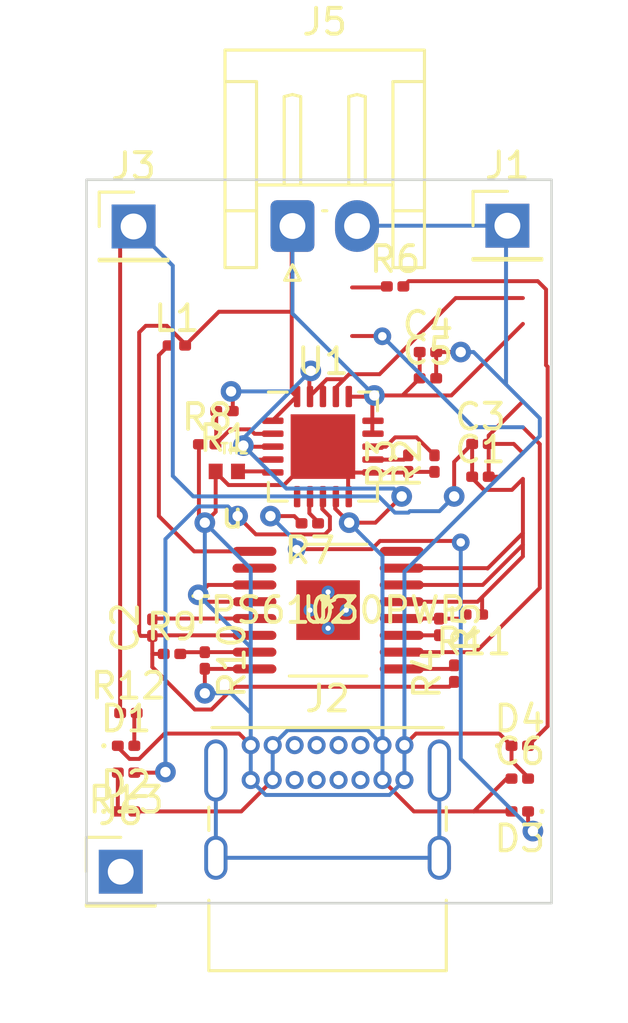
<source format=kicad_pcb>
(kicad_pcb (version 20211014) (generator pcbnew)
  (title_block (title "Null 2 Power Mod") (date "2022-03-18") (rev "1"))
  (layers (0 "F.Cu" signal) (31 "B.Cu" signal) (34 "B.Paste" user) (35 "F.Paste" user) (36 "B.SilkS" user "B.Silkscreen") (37 "F.SilkS" user "F.Silkscreen") (38 "B.Mask" user) (39 "F.Mask" user) (44 "Edge.Cuts" user))
  (net 0 "")
  (net 1 "VBUS")
  (net 2 "GND")
  (net 3 "VLIPO")
  (net 4 "+5V")
  (net 5 "Net-(D1-Pad1)")
  (net 6 "Net-(D2-Pad1)")
  (net 7 "Net-(D3-Pad2)")
  (net 8 "Net-(D4-Pad2)")
  (net 10 "/LB0")
  (net 11 "Net-(L1-Pad1)")
  (net 12 "Net-(R1-Pad2)")
  (net 13 "Net-(R2-Pad2)")
  (net 14 "Net-(R3-Pad2)")
  (net 15 "Net-(R5-Pad1)")
  (net 16 "Net-(R6-Pad1)")
  (net 17 "Net-(R7-Pad2)")
  (net 18 "Net-(R8-Pad2)")
  (net 19 "Net-(R13-Pad1)")
  (net 20 "Net-(TH1-Pad2)")
  (net 23 "Net-(R10-Pad2)")
  (footprint "Capacitor_SMD:C_0201_0603Metric" (layer "F.Cu") (at 110.236 50.546)
    (fp_text reference "C1" (at 0 -1.05) (layer "F.SilkS"))
    (fp_text value "2.2μF")
    (pad "1" smd roundrect (at -0.32 0) (size 0.46 0.4) (layers "F.Cu" "F.Mask") (net 1 "VBUS"))
    (pad "2" smd roundrect (at 0.32 0) (size 0.46 0.4) (layers "F.Cu" "F.Mask") (net 2 "GND"))
  )
  (footprint "LED_SMD:LED_0201_0603Metric" (layer "F.Cu") (at 96.52 60.96)
    (fp_text reference "D1" (at 0 -1.05) (layer "F.SilkS"))
    (fp_text value "BLUE")
    (fp_circle (center -0.86 0) (end -0.81 0) (layer "F.SilkS") (width 0.1) (fill none))
    (pad "1" smd roundrect (at -0.32 0) (size 0.46 0.4) (layers "F.Cu" "F.Mask") (net 5 "Net-(D1-Pad1)"))
    (pad "2" smd roundrect (at 0.32 0) (size 0.46 0.4) (layers "F.Cu" "F.Mask") (net 1 "VBUS"))
  )
  (footprint "Resistor_SMD:R_0201_0603Metric" (layer "F.Cu") (at 100.33 48.006 180)
    (fp_text reference "R1" (at 0 -1.05) (layer "F.SilkS"))
    (fp_text value "270k")
    (pad "1" smd roundrect (at -0.32 0 180) (size 0.46 0.4) (layers "F.Cu" "F.Mask") (net 2 "GND"))
    (pad "2" smd roundrect (at 0.32 0 180) (size 0.46 0.4) (layers "F.Cu" "F.Mask") (net 12 "Net-(R1-Pad2)"))
  )
  (footprint "Capacitor_SMD:C_0201_0603Metric" (layer "F.Cu") (at 97.536 56.388 90)
    (fp_text reference "C2" (at 0 -1.05 90) (layer "F.SilkS"))
    (fp_text value "10μF")
    (pad "1" smd roundrect (at -0.32 0 90) (size 0.46 0.4) (layers "F.Cu" "F.Mask") (net 3 "VLIPO"))
    (pad "2" smd roundrect (at 0.32 0 90) (size 0.46 0.4) (layers "F.Cu" "F.Mask") (net 2 "GND"))
  )
  (footprint "Resistor_SMD:R_0201_0603Metric" (layer "F.Cu") (at 108.458 50.038 90)
    (fp_text reference "R2" (at 0 -1.05 90) (layer "F.SilkS"))
    (fp_text value "1k")
    (pad "1" smd roundrect (at -0.32 0 90) (size 0.46 0.4) (layers "F.Cu" "F.Mask") (net 2 "GND"))
    (pad "2" smd roundrect (at 0.32 0 90) (size 0.46 0.4) (layers "F.Cu" "F.Mask") (net 13 "Net-(R2-Pad2)"))
  )
  (footprint "Resistor_SMD:R_0201_0603Metric" (layer "F.Cu") (at 107.442 50.038 90)
    (fp_text reference "R3" (at 0 -1.05 90) (layer "F.SilkS"))
    (fp_text value "100k")
    (pad "1" smd roundrect (at -0.32 0 90) (size 0.46 0.4) (layers "F.Cu" "F.Mask") (net 2 "GND"))
    (pad "2" smd roundrect (at 0.32 0 90) (size 0.46 0.4) (layers "F.Cu" "F.Mask") (net 14 "Net-(R3-Pad2)"))
  )
  (footprint "LED_SMD:LED_0201_0603Metric" (layer "F.Cu") (at 96.52 63.5)
    (fp_text reference "D2" (at 0 -1.05) (layer "F.SilkS"))
    (fp_text value "Green")
    (fp_circle (center -0.86 0) (end -0.81 0) (layer "F.SilkS") (width 0.1) (fill none))
    (pad "1" smd roundrect (at -0.32 0) (size 0.46 0.4) (layers "F.Cu" "F.Mask") (net 6 "Net-(D2-Pad1)"))
    (pad "2" smd roundrect (at 0.32 0) (size 0.46 0.4) (layers "F.Cu" "F.Mask") (net 1 "VBUS"))
  )
  (footprint "Capacitor_SMD:C_0201_0603Metric" (layer "F.Cu") (at 110.236 49.276)
    (fp_text reference "C3" (at 0 -1.05) (layer "F.SilkS"))
    (fp_text value "100μF")
    (pad "1" smd roundrect (at -0.32 0) (size 0.46 0.4) (layers "F.Cu" "F.Mask") (net 3 "VLIPO"))
    (pad "2" smd roundrect (at 0.32 0) (size 0.46 0.4) (layers "F.Cu" "F.Mask") (net 2 "GND"))
  )
  (footprint "Capacitor_SMD:C_0201_0603Metric" (layer "F.Cu") (at 108.204 45.72)
    (fp_text reference "C4" (at 0 -1.05) (layer "F.SilkS"))
    (fp_text value "10μF")
    (pad "1" smd roundrect (at -0.32 0) (size 0.46 0.4) (layers "F.Cu" "F.Mask") (net 3 "VLIPO"))
    (pad "2" smd roundrect (at 0.32 0) (size 0.46 0.4) (layers "F.Cu" "F.Mask") (net 2 "GND"))
  )
  (footprint "Resistor_SMD:R_0201_0603Metric" (layer "F.Cu") (at 109.22 58.166 90)
    (fp_text reference "R4" (at 0 -1.05 90) (layer "F.SilkS"))
    (fp_text value "200k")
    (pad "1" smd roundrect (at -0.32 0 90) (size 0.46 0.4) (layers "F.Cu" "F.Mask") (net 1 "VBUS"))
    (pad "2" smd roundrect (at 0.32 0 90) (size 0.46 0.4) (layers "F.Cu" "F.Mask") (net 13 "Net-(R2-Pad2)"))
  )
  (footprint "Resistor_SMD:R_0201_0603Metric" (layer "F.Cu") (at 108.64 56.36 -90)
    (fp_text reference "R5" (at 0 -1.05 90) (layer "F.SilkS"))
    (fp_text value "200k")
    (pad "1" smd roundrect (at -0.32 0 270) (size 0.46 0.4) (layers "F.Cu" "F.Mask") (net 15 "Net-(R5-Pad1)"))
    (pad "2" smd roundrect (at 0.32 0 270) (size 0.46 0.4) (layers "F.Cu" "F.Mask") (net 5 "Net-(D1-Pad1)"))
  )
  (footprint "Capacitor_SMD:C_0201_0603Metric" (layer "F.Cu") (at 108.204 46.736)
    (fp_text reference "C5" (at 0 -1.05) (layer "F.SilkS"))
    (fp_text value "0.1μF")
    (pad "1" smd roundrect (at -0.32 0) (size 0.46 0.4) (layers "F.Cu" "F.Mask") (net 4 "+5V"))
    (pad "2" smd roundrect (at 0.32 0) (size 0.46 0.4) (layers "F.Cu" "F.Mask") (net 2 "GND"))
  )
  (footprint "Connector_PinHeader_2.54mm:PinHeader_1x01_P2.54mm_Vertical" (layer "F.Cu") (at 111.28 40.83)
    (fp_text reference "J1" (at 0 -2.33) (layer "F.SilkS"))
    (fp_text value "Conn_01x01")
    (fp_line (start -1.33 1.33) (end 1.33 1.33) (layer "F.SilkS") (width 0.12))
    (fp_line (start -1.33 -1.33) (end 0 -1.33) (layer "F.SilkS") (width 0.12))
    (fp_line (start -1.33 1.27) (end -1.33 1.33) (layer "F.SilkS") (width 0.12))
    (fp_line (start 1.33 1.27) (end 1.33 1.33) (layer "F.SilkS") (width 0.12))
    (fp_line (start -1.33 0) (end -1.33 -1.33) (layer "F.SilkS") (width 0.12))
    (fp_line (start -1.33 1.27) (end 1.33 1.27) (layer "F.SilkS") (width 0.12))
    (pad "1" thru_hole rect (at 0 0) (size 1.7 1.7) (drill 1) (layers *.Cu *.Mask))
  )
  (footprint "Resistor_SMD:R_0201_0603Metric" (layer "F.Cu") (at 106.934 43.18)
    (fp_text reference "R6" (at 0 -1.05) (layer "F.SilkS"))
    (fp_text value "1k")
    (pad "1" smd roundrect (at -0.32 0) (size 0.46 0.4) (layers "F.Cu" "F.Mask") (net 16 "Net-(R6-Pad1)"))
    (pad "2" smd roundrect (at 0.32 0) (size 0.46 0.4) (layers "F.Cu" "F.Mask") (net 6 "Net-(D2-Pad1)"))
  )
  (footprint "Connector_USB:USB_C_Receptacle_GCT_USB4085" (layer "F.Cu") (at 101.345 60.935)
    (fp_text reference "J2" (at 2.975 -1.8) (layer "F.SilkS"))
    (fp_text value "USB_C_Receptacle_USB2.0")
    (fp_line (start 7.57 6) (end 7.57 8.73) (layer "F.SilkS") (width 0.12))
    (fp_line (start -1.62 6) (end -1.62 8.73) (layer "F.SilkS") (width 0.12))
    (fp_line (start -1.62 8.73) (end 7.57 8.73) (layer "F.SilkS") (width 0.12))
    (fp_line (start 7.57 2.4) (end 7.57 3.3) (layer "F.SilkS") (width 0.12))
    (fp_line (start -1.5 -0.68) (end 7.45 -0.68) (layer "F.SilkS") (width 0.12))
    (fp_line (start -1.62 2.4) (end -1.62 3.3) (layer "F.SilkS") (width 0.12))
    (pad "A1" thru_hole circle (at 0 0) (size 0.7 0.7) (drill 0.4) (layers *.Cu *.Mask))
    (pad "A4" thru_hole circle (at 0.85 0) (size 0.7 0.7) (drill 0.4) (layers *.Cu *.Mask))
    (pad "A5" thru_hole circle (at 1.7 0) (size 0.7 0.7) (drill 0.4) (layers *.Cu *.Mask))
    (pad "A6" thru_hole circle (at 2.55 0) (size 0.7 0.7) (drill 0.4) (layers *.Cu *.Mask))
    (pad "A7" thru_hole circle (at 3.4 0) (size 0.7 0.7) (drill 0.4) (layers *.Cu *.Mask))
    (pad "A8" thru_hole circle (at 4.25 0) (size 0.7 0.7) (drill 0.4) (layers *.Cu *.Mask))
    (pad "A9" thru_hole circle (at 5.1 0) (size 0.7 0.7) (drill 0.4) (layers *.Cu *.Mask))
    (pad "A12" thru_hole circle (at 5.95 0) (size 0.7 0.7) (drill 0.4) (layers *.Cu *.Mask))
    (pad "B1" thru_hole circle (at 5.95 1.35) (size 0.7 0.7) (drill 0.4) (layers *.Cu *.Mask))
    (pad "B4" thru_hole circle (at 5.1 1.35) (size 0.7 0.7) (drill 0.4) (layers *.Cu *.Mask))
    (pad "B5" thru_hole circle (at 4.25 1.35) (size 0.7 0.7) (drill 0.4) (layers *.Cu *.Mask))
    (pad "B6" thru_hole circle (at 3.4 1.35) (size 0.7 0.7) (drill 0.4) (layers *.Cu *.Mask))
    (pad "B7" thru_hole circle (at 2.55 1.35) (size 0.7 0.7) (drill 0.4) (layers *.Cu *.Mask))
    (pad "B8" thru_hole circle (at 1.7 1.35) (size 0.7 0.7) (drill 0.4) (layers *.Cu *.Mask))
    (pad "B9" thru_hole circle (at 0.85 1.35) (size 0.7 0.7) (drill 0.4) (layers *.Cu *.Mask))
    (pad "B12" thru_hole circle (at 0 1.35) (size 0.7 0.7) (drill 0.4) (layers *.Cu *.Mask))
    (pad "S1" thru_hole oval (at 7.3 0.98) (size 0.9 2.4) (drill oval 0.6 2.1) (layers *.Cu *.Mask))
    (pad "S1" thru_hole oval (at -1.35 0.98) (size 0.9 2.4) (drill oval 0.6 2.1) (layers *.Cu *.Mask))
    (pad "S1" thru_hole oval (at 7.3 4.36) (size 0.9 1.7) (drill oval 0.6 1.4) (layers *.Cu *.Mask))
    (pad "S1" thru_hole oval (at -1.35 4.36) (size 0.9 1.7) (drill oval 0.6 1.4) (layers *.Cu *.Mask))
  )
  (footprint "TPS61030PWP:TPS61030PWP" (layer "F.Cu") (at 104.34 55.71)
    (fp_text reference "U2" (at 0 0) (layer "F.SilkS"))
    (fp_text value "TPS61030PWP" (at 0 0) (layer "F.SilkS"))
    (fp_text user "u" (at -3.7084 -3.683) (layer "F.SilkS"))
    (fp_text user "*" (at 0 0) (layer "F.SilkS"))
    (fp_line (start -1.425001 -1.925) (end -0.800001 -2.55) (layer "F.SilkS") (width 0.12))
    (fp_line (start -1.5 2.55) (end 1.5 2.55) (layer "F.SilkS") (width 0.12))
    (fp_line (start -0.800001 -2.55) (end 1.5 -2.55) (layer "F.SilkS") (width 0.12))
    (pad "1" smd oval (at -2.849997 -2.275002 90) (size 0.349999 1.699999) (layers "F.Cu" "F.Paste" "F.Mask") (net 11 "Net-(L1-Pad1)"))
    (pad "2" smd oval (at -2.849997 -1.625001 90) (size 0.349999 1.699999) (layers "F.Cu" "F.Paste" "F.Mask") (net 11 "Net-(L1-Pad1)"))
    (pad "3" smd oval (at -2.849997 -0.975002 90) (size 0.349999 1.699999) (layers "F.Cu" "F.Paste" "F.Mask") (net 2 "GND"))
    (pad "4" smd oval (at -2.849997 -0.325001 90) (size 0.349999 1.699999) (layers "F.Cu" "F.Paste" "F.Mask") (net 2 "GND"))
    (pad "5" smd oval (at -2.849997 0.324998 90) (size 0.349999 1.699999) (layers "F.Cu" "F.Paste" "F.Mask") (net 2 "GND"))
    (pad "6" smd oval (at -2.849997 0.974999 90) (size 0.349999 1.699999) (layers "F.Cu" "F.Paste" "F.Mask") (net 3 "VLIPO"))
    (pad "7" smd oval (at -2.849997 1.624998 90) (size 0.349999 1.699999) (layers "F.Cu" "F.Paste" "F.Mask") (net 18 "Net-(R8-Pad2)"))
    (pad "8" smd oval (at -2.849997 2.274999 90) (size 0.349999 1.699999) (layers "F.Cu" "F.Paste" "F.Mask") (net 2 "GND"))
    (pad "9" smd oval (at 2.850002 2.274999 90) (size 0.349999 1.699999) (layers "F.Cu" "F.Paste" "F.Mask") (net 17 "Net-(R7-Pad2)"))
    (pad "10" smd oval (at 2.850002 1.624998 90) (size 0.349999 1.699999) (layers "F.Cu" "F.Paste" "F.Mask") (net 10 "/LB0"))
    (pad "11" smd oval (at 2.850002 0.974999 90) (size 0.349999 1.699999) (layers "F.Cu" "F.Paste" "F.Mask") (net 2 "GND"))
    (pad "12" smd oval (at 2.850002 0.324998 90) (size 0.349999 1.699999) (layers "F.Cu" "F.Paste" "F.Mask") (net 23 "Net-(R10-Pad2)"))
    (pad "13" smd oval (at 2.850002 -0.325001 90) (size 0.349999 1.699999) (layers "F.Cu" "F.Paste" "F.Mask") (net 4 "+5V"))
    (pad "14" smd oval (at 2.850002 -0.975002 90) (size 0.349999 1.699999) (layers "F.Cu" "F.Paste" "F.Mask") (net 4 "+5V"))
    (pad "15" smd oval (at 2.850002 -1.625001 90) (size 0.349999 1.699999) (layers "F.Cu" "F.Paste" "F.Mask") (net 4 "+5V"))
    (pad "16" smd oval (at 2.850002 -2.275002 90) (size 0.349999 1.699999) (layers "F.Cu" "F.Paste" "F.Mask"))
    (pad "17" smd rect (at 0 0) (size 2.46 2.31) (layers "F.Cu" "F.Paste" "F.Mask"))
    (pad "V" thru_hole circle (at 0 -0.700001) (size 0.499999 0.499999) (drill 0.2032) (layers *.Cu *.Mask))
    (pad "V" thru_hole circle (at 0 0.700001) (size 0.499999 0.499999) (drill 0.2032) (layers *.Cu *.Mask))
    (pad "V" thru_hole circle (at -0.700001 0) (size 0.499999 0.499999) (drill 0.2032) (layers *.Cu *.Mask))
    (pad "V" thru_hole circle (at 0.700001 0) (size 0.499999 0.499999) (drill 0.2032) (layers *.Cu *.Mask))
  )
  (footprint "LED_SMD:LED_0201_0603Metric" (layer "F.Cu") (at 111.76 63.5 180)
    (fp_text reference "D3" (at 0 -1.05) (layer "F.SilkS"))
    (fp_text value "Orange")
    (fp_circle (center -0.86 0) (end -0.81 0) (layer "F.SilkS") (width 0.1) (fill none))
    (pad "1" smd roundrect (at -0.32 0 180) (size 0.46 0.4) (layers "F.Cu" "F.Mask") (net 2 "GND"))
    (pad "2" smd roundrect (at 0.32 0 180) (size 0.46 0.4) (layers "F.Cu" "F.Mask") (net 7 "Net-(D3-Pad2)"))
  )
  (footprint "Resistor_SMD:R_0201_0603Metric" (layer "F.Cu") (at 103.632 52.35 180)
    (fp_text reference "R7" (at 0 -1.05) (layer "F.SilkS"))
    (fp_text value "1K")
    (pad "1" smd roundrect (at -0.32 0 180) (size 0.46 0.4) (layers "F.Cu" "F.Mask") (net 3 "VLIPO"))
    (pad "2" smd roundrect (at 0.32 0 180) (size 0.46 0.4) (layers "F.Cu" "F.Mask") (net 17 "Net-(R7-Pad2)"))
  )
  (footprint "Package_DFN_QFN:QFN-20-1EP_4x4mm_P0.5mm_EP2.5x2.5mm" (layer "F.Cu") (at 104.14 49.38)
    (fp_text reference "U1" (at 0 -3.3) (layer "F.SilkS"))
    (fp_text value "MCP73871")
    (fp_line (start -1.385 2.11) (end -2.11 2.11) (layer "F.SilkS") (width 0.12))
    (fp_line (start 1.385 -2.11) (end 2.11 -2.11) (layer "F.SilkS") (width 0.12))
    (fp_line (start -2.11 2.11) (end -2.11 1.385) (layer "F.SilkS") (width 0.12))
    (fp_line (start 1.385 2.11) (end 2.11 2.11) (layer "F.SilkS") (width 0.12))
    (fp_line (start 2.11 2.11) (end 2.11 1.385) (layer "F.SilkS") (width 0.12))
    (fp_line (start -1.385 -2.11) (end -2.11 -2.11) (layer "F.SilkS") (width 0.12))
    (fp_line (start 2.11 -2.11) (end 2.11 -1.385) (layer "F.SilkS") (width 0.12))
    (pad "1" smd roundrect (at -1.9375 -1) (size 0.825 0.25) (layers "F.Cu" "F.Paste" "F.Mask") (net 3 "VLIPO"))
    (pad "2" smd roundrect (at -1.9375 -0.5) (size 0.825 0.25) (layers "F.Cu" "F.Paste" "F.Mask") (net 13 "Net-(R2-Pad2)"))
    (pad "3" smd roundrect (at -1.9375 0) (size 0.825 0.25) (layers "F.Cu" "F.Paste" "F.Mask") (net 1 "VBUS"))
    (pad "4" smd roundrect (at -1.9375 0.5) (size 0.825 0.25) (layers "F.Cu" "F.Paste" "F.Mask") (net 1 "VBUS"))
    (pad "5" smd roundrect (at -1.9375 1) (size 0.825 0.25) (layers "F.Cu" "F.Paste" "F.Mask") (net 20 "Net-(TH1-Pad2)"))
    (pad "6" smd roundrect (at -1 1.9375) (size 0.25 0.825) (layers "F.Cu" "F.Paste" "F.Mask"))
    (pad "7" smd roundrect (at -0.5 1.9375) (size 0.25 0.825) (layers "F.Cu" "F.Paste" "F.Mask") (net 15 "Net-(R5-Pad1)"))
    (pad "8" smd roundrect (at 0 1.9375) (size 0.25 0.825) (layers "F.Cu" "F.Paste" "F.Mask") (net 16 "Net-(R6-Pad1)"))
    (pad "9" smd roundrect (at 0.5 1.9375) (size 0.25 0.825) (layers "F.Cu" "F.Paste" "F.Mask") (net 1 "VBUS"))
    (pad "10" smd roundrect (at 1 1.9375) (size 0.25 0.825) (layers "F.Cu" "F.Paste" "F.Mask") (net 2 "GND"))
    (pad "11" smd roundrect (at 1.9375 1) (size 0.825 0.25) (layers "F.Cu" "F.Paste" "F.Mask") (net 2 "GND"))
    (pad "12" smd roundrect (at 1.9375 0.5) (size 0.825 0.25) (layers "F.Cu" "F.Paste" "F.Mask") (net 12 "Net-(R1-Pad2)"))
    (pad "13" smd roundrect (at 1.9375 0) (size 0.825 0.25) (layers "F.Cu" "F.Paste" "F.Mask") (net 14 "Net-(R3-Pad2)"))
    (pad "14" smd roundrect (at 1.9375 -0.5) (size 0.825 0.25) (layers "F.Cu" "F.Paste" "F.Mask") (net 3 "VLIPO"))
    (pad "15" smd roundrect (at 1.9375 -1) (size 0.825 0.25) (layers "F.Cu" "F.Paste" "F.Mask") (net 3 "VLIPO"))
    (pad "16" smd roundrect (at 1 -1.9375) (size 0.25 0.825) (layers "F.Cu" "F.Paste" "F.Mask") (net 3 "VLIPO"))
    (pad "17" smd roundrect (at 0.5 -1.9375) (size 0.25 0.825) (layers "F.Cu" "F.Paste" "F.Mask") (net 1 "VBUS"))
    (pad "18" smd roundrect (at 0 -1.9375) (size 0.25 0.825) (layers "F.Cu" "F.Paste" "F.Mask") (net 1 "VBUS"))
    (pad "19" smd roundrect (at -0.5 -1.9375) (size 0.25 0.825) (layers "F.Cu" "F.Paste" "F.Mask") (net 1 "VBUS"))
    (pad "20" smd roundrect (at -1 -1.9375) (size 0.25 0.825) (layers "F.Cu" "F.Paste" "F.Mask") (net 3 "VLIPO"))
    (pad "21" smd rect (at 0 0) (size 2.5 2.5) (layers "F.Cu" "F.Mask") (net 2 "GND"))
  )
  (footprint "Resistor_SMD:R_0201_0603Metric" (layer "F.Cu") (at 99.66 49.29)
    (fp_text reference "R8" (at 0 -1.05) (layer "F.SilkS"))
    (fp_text value "100k")
    (pad "1" smd roundrect (at -0.32 0) (size 0.46 0.4) (layers "F.Cu" "F.Mask") (net 3 "VLIPO"))
    (pad "2" smd roundrect (at 0.32 0) (size 0.46 0.4) (layers "F.Cu" "F.Mask") (net 18 "Net-(R8-Pad2)"))
  )
  (footprint "Connector_PinHeader_2.54mm:PinHeader_1x01_P2.54mm_Vertical" (layer "F.Cu") (at 96.81 40.86)
    (fp_text reference "J3" (at 0 -2.33) (layer "F.SilkS"))
    (fp_text value "Conn_01x01")
    (fp_line (start 1.33 1.27) (end 1.33 1.33) (layer "F.SilkS") (width 0.12))
    (fp_line (start -1.33 -1.33) (end 0 -1.33) (layer "F.SilkS") (width 0.12))
    (fp_line (start -1.33 1.27) (end 1.33 1.27) (layer "F.SilkS") (width 0.12))
    (fp_line (start -1.33 1.27) (end -1.33 1.33) (layer "F.SilkS") (width 0.12))
    (fp_line (start -1.33 0) (end -1.33 -1.33) (layer "F.SilkS") (width 0.12))
    (fp_line (start -1.33 1.33) (end 1.33 1.33) (layer "F.SilkS") (width 0.12))
    (pad "1" thru_hole rect (at 0 0) (size 1.7 1.7) (drill 1) (layers *.Cu *.Mask) (net 3 "VLIPO"))
  )
  (footprint "Libraries:THRMC1005X55N" (layer "F.Cu") (at 100.42 50.34)
    (fp_text reference "TH1" (at 0.3 -0.88) (layer "F.SilkS") (effects (font (size 0.393701 0.393701))))
    (fp_text value "15K")
    (pad "1" smd rect locked (at -0.432 0) (size 0.54 0.6) (layers "F.Cu" "F.Paste" "F.Mask") (net 2 "GND"))
    (pad "2" smd rect locked (at 0.432 0) (size 0.54 0.6) (layers "F.Cu" "F.Paste" "F.Mask") (net 20 "Net-(TH1-Pad2)"))
  )
  (footprint "Connector_PinHeader_2.54mm:PinHeader_1x01_P2.54mm_Vertical" (layer "F.Cu") (at 96.313 65.833)
    (fp_text reference "J6" (at 0 -2.33) (layer "F.SilkS"))
    (fp_text value "Conn_01x01")
    (fp_line (start -1.33 0) (end -1.33 -1.33) (layer "F.SilkS") (width 0.12))
    (fp_line (start -1.33 1.33) (end 1.33 1.33) (layer "F.SilkS") (width 0.12))
    (fp_line (start -1.33 1.27) (end 1.33 1.27) (layer "F.SilkS") (width 0.12))
    (fp_line (start -1.33 -1.33) (end 0 -1.33) (layer "F.SilkS") (width 0.12))
    (fp_line (start -1.33 1.27) (end -1.33 1.33) (layer "F.SilkS") (width 0.12))
    (fp_line (start 1.33 1.27) (end 1.33 1.33) (layer "F.SilkS") (width 0.12))
    (pad "1" thru_hole rect (at 0 0) (size 1.7 1.7) (drill 1) (layers *.Cu *.Mask) (net 2 "GND"))
  )
  (footprint "Resistor_SMD:R_0201_0603Metric" (layer "F.Cu") (at 98.298 57.404)
    (fp_text reference "R9" (at 0 -1.05) (layer "F.SilkS"))
    (fp_text value "1.87M")
    (pad "1" smd roundrect (at -0.32 0) (size 0.46 0.4) (layers "F.Cu" "F.Mask") (net 18 "Net-(R8-Pad2)"))
    (pad "2" smd roundrect (at 0.32 0) (size 0.46 0.4) (layers "F.Cu" "F.Mask") (net 2 "GND"))
  )
  (footprint "Inductor_SMD:L_0201_0603Metric" (layer "F.Cu") (at 98.486 45.466)
    (fp_text reference "L1" (at 0 -1.05) (layer "F.SilkS"))
    (fp_text value "6.8μH")
    (pad "1" smd roundrect (at -0.32 0) (size 0.46 0.4) (layers "F.Cu" "F.Mask") (net 11 "Net-(L1-Pad1)"))
    (pad "2" smd roundrect (at 0.32 0) (size 0.46 0.4) (layers "F.Cu" "F.Mask") (net 3 "VLIPO"))
  )
  (footprint "Resistor_SMD:R_0201_0603Metric" (layer "F.Cu") (at 99.568 57.658 -90)
    (fp_text reference "R10" (at 0 -1.05 90) (layer "F.SilkS"))
    (fp_text value "340k")
    (pad "1" smd roundrect (at -0.32 0 270) (size 0.46 0.4) (layers "F.Cu" "F.Mask") (net 4 "+5V"))
    (pad "2" smd roundrect (at 0.32 0 270) (size 0.46 0.4) (layers "F.Cu" "F.Mask") (net 23 "Net-(R10-Pad2)"))
  )
  (footprint "Resistor_SMD:R_0201_0603Metric" (layer "F.Cu") (at 109.982 55.88 180)
    (fp_text reference "R11" (at 0 -1.05) (layer "F.SilkS"))
    (fp_text value "1.07MΩ")
    (pad "1" smd roundrect (at -0.32 0 180) (size 0.46 0.4) (layers "F.Cu" "F.Mask") (net 23 "Net-(R10-Pad2)"))
    (pad "2" smd roundrect (at 0.32 0 180) (size 0.46 0.4) (layers "F.Cu" "F.Mask") (net 2 "GND"))
  )
  (footprint "Resistor_SMD:R_0201_0603Metric" (layer "F.Cu") (at 96.611 59.69)
    (fp_text reference "R12" (at 0 -1.05) (layer "F.SilkS"))
    (fp_text value "1k")
    (pad "1" smd roundrect (at -0.32 0) (size 0.46 0.4) (layers "F.Cu" "F.Mask") (net 4 "+5V"))
    (pad "2" smd roundrect (at 0.32 0) (size 0.46 0.4) (layers "F.Cu" "F.Mask") (net 7 "Net-(D3-Pad2)"))
  )
  (footprint "Connector_JST:JST_EH_S2B-EH_1x02_P2.50mm_Horizontal" (layer "F.Cu") (at 102.96 40.8425)
    (fp_text reference "J5" (at 1.25 -7.9) (layer "F.SilkS"))
    (fp_text value "JST 2-PH")
    (fp_line (start 2.82 -1.59) (end 2.5 -1.59) (layer "F.SilkS") (width 0.12))
    (fp_line (start 3.89 1.61) (end 3.89 -0.59) (layer "F.SilkS") (width 0.12))
    (fp_line (start -1.39 -1.59) (end 3.89 -1.59) (layer "F.SilkS") (width 0.12))
    (fp_line (start -1.39 1.61) (end -2.61 1.61) (layer "F.SilkS") (width 0.12))
    (fp_line (start 2.5 -1.59) (end 2.18 -1.59) (layer "F.SilkS") (width 0.12))
    (fp_line (start 0.3 2.1) (end 0 1.5) (layer "F.SilkS") (width 0.12))
    (fp_line (start 5.11 -6.81) (end 5.11 1.61) (layer "F.SilkS") (width 0.12))
    (fp_line (start 3.89 -0.59) (end 5.11 -0.59) (layer "F.SilkS") (width 0.12))
    (fp_line (start 0 -5.09) (end 0.32 -5.01) (layer "F.SilkS") (width 0.12))
    (fp_line (start -1.39 -5.59) (end -1.39 -0.59) (layer "F.SilkS") (width 0.12))
    (fp_line (start 2.18 -5.01) (end 2.5 -5.09) (layer "F.SilkS") (width 0.12))
    (fp_line (start -1.39 -0.59) (end -1.39 1.61) (layer "F.SilkS") (width 0.12))
    (fp_line (start 2.5 -5.09) (end 2.82 -5.01) (layer "F.SilkS") (width 0.12))
    (fp_line (start 0 1.5) (end -0.3 2.1) (layer "F.SilkS") (width 0.12))
    (fp_line (start 0 -1.59) (end -0.32 -1.59) (layer "F.SilkS") (width 0.12))
    (fp_line (start 2.82 -5.01) (end 2.82 -1.59) (layer "F.SilkS") (width 0.12))
    (fp_line (start -0.3 2.1) (end 0.3 2.1) (layer "F.SilkS") (width 0.12))
    (fp_line (start 0.32 -5.01) (end 0.32 -1.59) (layer "F.SilkS") (width 0.12))
    (fp_line (start 5.11 -5.59) (end 3.89 -5.59) (layer "F.SilkS") (width 0.12))
    (fp_line (start 3.89 -5.59) (end 3.89 -0.59) (layer "F.SilkS") (width 0.12))
    (fp_line (start 1.17 -0.59) (end 1.33 -0.59) (layer "F.SilkS") (width 0.12))
    (fp_line (start -0.32 -5.01) (end 0 -5.09) (layer "F.SilkS") (width 0.12))
    (fp_line (start -1.39 -0.59) (end -2.61 -0.59) (layer "F.SilkS") (width 0.12))
    (fp_line (start 2.18 -1.59) (end 2.18 -5.01) (layer "F.SilkS") (width 0.12))
    (fp_line (start -0.32 -1.59) (end -0.32 -5.01) (layer "F.SilkS") (width 0.12))
    (fp_line (start -2.61 -6.81) (end 5.11 -6.81) (layer "F.SilkS") (width 0.12))
    (fp_line (start 5.11 1.61) (end 3.89 1.61) (layer "F.SilkS") (width 0.12))
    (fp_line (start 0.32 -1.59) (end 0 -1.59) (layer "F.SilkS") (width 0.12))
    (fp_line (start -2.61 1.61) (end -2.61 -6.81) (layer "F.SilkS") (width 0.12))
    (fp_line (start -2.61 -5.59) (end -1.39 -5.59) (layer "F.SilkS") (width 0.12))
    (pad "1" thru_hole roundrect (at 0 0) (size 1.7 2) (drill 1) (layers *.Cu *.Mask) (roundrect_rratio 0.147059) (net 4 "+5V"))
    (pad "2" thru_hole oval (at 2.5 0) (size 1.7 2) (drill 1) (layers *.Cu *.Mask))
  )
  (footprint "LED_SMD:LED_0201_0603Metric" (layer "F.Cu") (at 111.76 60.96)
    (fp_text reference "D4" (at 0 -1.05) (layer "F.SilkS"))
    (fp_text value "RED")
    (fp_circle (center -0.86 0) (end -0.81 0) (layer "F.SilkS") (width 0.1) (fill none))
    (pad "1" smd roundrect (at -0.32 0) (size 0.46 0.4) (layers "F.Cu" "F.Mask") (net 2 "GND"))
    (pad "2" smd roundrect (at 0.32 0) (size 0.46 0.4) (layers "F.Cu" "F.Mask") (net 8 "Net-(D4-Pad2)"))
  )
  (footprint "Capacitor_SMD:C_0201_0603Metric" (layer "F.Cu") (at 111.76 62.23)
    (fp_text reference "C6" (at 0 -1.05) (layer "F.SilkS"))
    (fp_text value "10μF")
    (pad "1" smd roundrect (at -0.32 0) (size 0.46 0.4) (layers "F.Cu" "F.Mask") (net 4 "+5V"))
    (pad "2" smd roundrect (at 0.32 0) (size 0.46 0.4) (layers "F.Cu" "F.Mask") (net 2 "GND"))
  )
  (footprint "Resistor_SMD:R_0201_0603Metric" (layer "F.Cu") (at 96.52 62 180)
    (fp_text reference "R13" (at 0 -1.05) (layer "F.SilkS"))
    (fp_text value "1K")
    (pad "1" smd roundrect (at -0.32 0 180) (size 0.46 0.4) (layers "F.Cu" "F.Mask") (net 19 "Net-(R13-Pad1)"))
    (pad "2" smd roundrect (at 0.32 0 180) (size 0.46 0.4) (layers "F.Cu" "F.Mask") (net 8 "Net-(D4-Pad2)"))
  )
  (gr_rect (start 94.99 39.05) (end 112.99 67.05) (layer "Edge.Cuts") (width 0.1) (fill none))
  (segment (start 99.995 65.295) (end 108.645 65.295) (width 0.1524) (layer "B.Cu") (net 0))
  (segment (start 108.645 65.295) (end 108.645 61.915) (width 0.1524) (layer "B.Cu") (net 0))
  (segment (start 99.995 65.295) (end 99.995 61.915) (width 0.1524) (layer "B.Cu") (net 0))
  (via (at 105.156 52.324) (size 0.8) (drill 0.4) (layers "F.Cu" "B.Cu") (net 1))
  (via (at 103.67 46.45) (size 0.8) (drill 0.4) (layers "F.Cu" "B.Cu") (net 1))
  (via (at 100.584 47.244) (size 0.8) (drill 0.4) (layers "F.Cu" "B.Cu") (net 1))
  (via (at 101.06 49.34) (size 0.8) (drill 0.4) (layers "F.Cu" "B.Cu") (net 1))
  (via (at 107.188 51.308) (size 0.8) (drill 0.4) (layers "F.Cu" "B.Cu") (net 1))
  (segment (start 108.524 45.72) (end 109.474 45.72) (width 0.1524) (layer "F.Cu") (net 2))
  (segment (start 98.684 57.338) (end 98.618 57.404) (width 0.1524) (layer "F.Cu") (net 2))
  (segment (start 100.89688 60.48688) (end 98.00912 60.48688) (width 0.1524) (layer "F.Cu") (net 2))
  (segment (start 111.44 60.96) (end 111.44 61.535969) (width 0.1524) (layer "F.Cu") (net 2))
  (segment (start 110.96688 60.48688) (end 111.44 60.96) (width 0.1524) (layer "F.Cu") (net 2))
  (segment (start 109.419879 53.031879) (end 109.474 53.086) (width 0.1524) (layer "F.Cu") (net 2))
  (segment (start 107.190002 56.684999) (end 108.635001 56.684999) (width 0.1524) (layer "F.Cu") (net 2))
  (segment (start 99.697002 54.734998) (end 99.314 55.118) (width 0.1524) (layer "F.Cu") (net 2))
  (segment (start 106.030784 53.34912) (end 106.348025 53.031879) (width 0.1524) (layer "F.Cu") (net 2))
  (segment (start 110.556 50.546) (end 110.556 49.276) (width 0.1524) (layer "F.Cu") (net 2))
  (segment (start 107.442 50.358) (end 108.458 50.358) (width 0.1524) (layer "F.Cu") (net 2))
  (segment (start 97.569002 56.034998) (end 101.490003 56.034998) (width 0.1524) (layer "F.Cu") (net 2))
  (segment (start 99.571002 57.334998) (end 99.568 57.338) (width 0.1524) (layer "F.Cu") (net 2))
  (segment (start 102.631889 50.868111) (end 104.115 49.385) (width 0.1524) (layer "F.Cu") (net 2))
  (segment (start 111.526 49.276) (end 111.88 49.63) (width 0.1524) (layer "F.Cu") (net 2))
  (segment (start 103.032 52.07) (end 103.312 52.35) (width 0.1524) (layer "F.Cu") (net 2))
  (segment (start 106.348025 53.031879) (end 109.419879 53.031879) (width 0.1524) (layer "F.Cu") (net 2))
  (segment (start 99.34 52.096) (end 99.34 49.29) (width 0.1524) (layer "F.Cu") (net 2))
  (segment (start 110.556 48.954) (end 110.556 49.276) (width 0.1524) (layer "F.Cu") (net 2))
  (segment (start 99.988 51.904) (end 99.568 52.324) (width 0.1524) (layer "F.Cu") (net 2))
  (segment (start 99.568 52.324) (end 99.34 52.096) (width 0.1524) (layer "F.Cu") (net 2))
  (segment (start 101.345 60.935) (end 100.89688 60.48688) (width 0.1524) (layer "F.Cu") (net 2))
  (segment (start 110.964 50.546) (end 110.556 50.546) (width 0.1524) (layer "F.Cu") (net 2))
  (segment (start 112.08 62.175969) (end 112.08 62.23) (width 0.1524) (layer "F.Cu") (net 2))
  (segment (start 101.490003 57.334998) (end 99.571002 57.334998) (width 0.1524) (layer "F.Cu") (net 2))
  (segment (start 96.653969 61.468) (end 96.2 61.014031) (width 0.1524) (layer "F.Cu") (net 2))
  (segment (start 99.568 57.338) (end 98.684 57.338) (width 0.1524) (layer "F.Cu") (net 2))
  (segment (start 111.44 61.535969) (end 112.08 62.175969) (width 0.1524) (layer "F.Cu") (net 2))
  (segment (start 106.0525 50.385) (end 105.115 50.385) (width 0.1524) (layer "F.Cu") (net 2))
  (segment (start 101.490003 54.734998) (end 99.697002 54.734998) (width 0.1524) (layer "F.Cu") (net 2))
  (segment (start 96.2 61.014031) (end 96.2 60.96) (width 0.1524) (layer "F.Cu") (net 2))
  (segment (start 112.08 64.074) (end 112.268 64.262) (width 0.1524) (layer "F.Cu") (net 2))
  (segment (start 99.314 55.118) (end 100.230998 56.034998) (width 0.1524) (layer "F.Cu") (net 2))
  (segment (start 99.988 50.37) (end 100.486111 50.868111) (width 0.1524) (layer "F.Cu") (net 2))
  (segment (start 103.124 53.34912) (end 106.030784 53.34912) (width 0.1524) (layer "F.Cu") (net 2))
  (segment (start 110.556 49.276) (end 111.526 49.276) (width 0.1524) (layer "F.Cu") (net 2))
  (segment (start 108.64 56.04) (end 109.502 56.04) (width 0.1524) (layer "F.Cu") (net 2))
  (segment (start 108.634998 56.034998) (end 108.64 56.04) (width 0.1524) (layer "F.Cu") (net 2))
  (segment (start 97.536 56.068) (end 97.569002 56.034998) (width 0.1524) (layer "F.Cu") (net 2))
  (segment (start 111.88 47.63) (end 110.556 48.954) (width 0.1524) (layer "F.Cu") (net 2))
  (segment (start 101.490003 57.984999) (end 99.574999 57.984999) (width 0.1524) (layer "F.Cu") (net 2))
  (segment (start 98.00912 60.48688) (end 97.028 61.468) (width 0.1524) (layer "F.Cu") (net 2))
  (segment (start 99.988 50.34) (end 99.988 51.904) (width 0.1524) (layer "F.Cu") (net 2))
  (segment (start 108.524 46.736) (end 108.524 45.72) (width 0.1524) (layer "F.Cu") (net 2))
  (segment (start 102.108 52.07) (end 103.032 52.07) (width 0.1524) (layer "F.Cu") (net 2))
  (segment (start 107.415 50.385) (end 107.442 50.358) (width 0.1524) (layer "F.Cu") (net 2))
  (segment (start 101.490003 55.384999) (end 99.580999 55.384999) (width 0.1524) (layer "F.Cu") (net 2))
  (segment (start 106.0525 50.385) (end 107.415 50.385) (width 0.1524) (layer "F.Cu") (net 2))
  (segment (start 97.028 61.468) (end 96.653969 61.468) (width 0.1524) (layer "F.Cu") (net 2))
  (segment (start 99.574999 57.984999) (end 99.568 57.978) (width 0.1524) (layer "F.Cu") (net 2))
  (segment (start 100.486111 50.868111) (end 102.631889 50.868111) (width 0.1524) (layer "F.Cu") (net 2))
  (segment (start 111.88 49.63) (end 110.964 50.546) (width 0.1524) (layer "F.Cu") (net 2))
  (segment (start 108.635001 56.684999) (end 108.64 56.68) (width 0.1524) (layer "F.Cu") (net 2))
  (segment (start 109.502 56.04) (end 109.662 55.88) (width 0.1524) (layer "F.Cu") (net 2))
  (segment (start 105.115 51.3225) (end 105.115 50.385) (width 0.1524) (layer "F.Cu") (net 2))
  (segment (start 107.190002 56.034998) (end 108.634998 56.034998) (width 0.1524) (layer "F.Cu") (net 2))
  (segment (start 99.568 57.978) (end 99.568 58.928) (width 0.1524) (layer "F.Cu") (net 2))
  (segment (start 105.115 50.385) (end 104.115 49.385) (width 0.1524) (layer "F.Cu") (net 2))
  (segment (start 107.74312 60.48688) (end 110.96688 60.48688) (width 0.1524) (layer "F.Cu") (net 2))
  (segment (start 107.295 60.935) (end 107.74312 60.48688) (width 0.1524) (layer "F.Cu") (net 2))
  (segment (start 112.08 63.5) (end 112.08 64.074) (width 0.1524) (layer "F.Cu") (net 2))
  (via (at 109.474 45.72) (size 0.8) (drill 0.4) (layers "F.Cu" "B.Cu") (net 2))
  (via (at 99.568 58.928) (size 0.8) (drill 0.4) (layers "F.Cu" "B.Cu") (net 2))
  (via (at 99.314 55.118) (size 0.8) (drill 0.4) (layers "F.Cu" "B.Cu") (net 2))
  (via (at 109.474 53.086) (size 0.6858) (drill 0.3302) (layers "F.Cu" "B.Cu") (net 2))
  (via (at 99.568 52.324) (size 0.8) (drill 0.4) (layers "F.Cu" "B.Cu") (net 2))
  (segment (start 107.295 60.935) (end 107.295 54.215) (width 0.1524) (layer "B.Cu") (net 2))
  (segment (start 105.4725 40.83) (end 105.46 40.8425) (width 0.1524) (layer "B.Cu") (net 2))
  (segment (start 107.295 54.215) (end 111.88 49.63) (width 0.1524) (layer "B.Cu") (net 2))
  (segment (start 101.923111 62.863111) (end 106.716889 62.863111) (width 0.1524) (layer "B.Cu") (net 2))
  (segment (start 99.568 58.928) (end 100.582 58.928) (width 0.1524) (layer "B.Cu") (net 2))
  (segment (start 101.345 57.151) (end 101.345 59.691) (width 0.1524) (layer "B.Cu") (net 2))
  (segment (start 107.295 62.285) (end 107.295 60.935) (width 0.1524) (layer "B.Cu") (net 2))
  (segment (start 99.314 55.118) (end 101.345 57.149) (width 0.1524) (layer "B.Cu") (net 2))
  (segment (start 112.268 64.262) (end 109.474 61.468) (width 0.1524) (layer "B.Cu") (net 2))
  (segment (start 103.124 53.086) (end 102.108 52.07) (width 0.1524) (layer "B.Cu") (net 2))
  (segment (start 99.568 52.324) (end 99.568 54.864) (width 0.1524) (layer "B.Cu") (net 2))
  (segment (start 111.88 49.63) (end 112.533111 48.976889) (width 0.1524) (layer "B.Cu") (net 2))
  (segment (start 112.533111 48.976889) (end 112.533111 48.283111) (width 0.1524) (layer "B.Cu") (net 2))
  (segment (start 111.28 40.83) (end 105.4725 40.83) (width 0.1524) (layer "B.Cu") (net 2))
  (segment (start 101.345 59.691) (end 101.345 60.935) (width 0.1524) (layer "B.Cu") (net 2))
  (segment (start 99.568 52.324) (end 101.345 54.101) (width 0.1524) (layer "B.Cu") (net 2))
  (segment (start 101.345 62.285) (end 101.345 60.935) (width 0.1524) (layer "B.Cu") (net 2))
  (segment (start 101.345 54.101) (end 101.345 57.151) (width 0.1524) (layer "B.Cu") (net 2))
  (segment (start 109.474 45.72) (end 109.97 45.72) (width 0.1524) (layer "B.Cu") (net 2))
  (segment (start 106.716889 62.863111) (end 107.295 62.285) (width 0.1524) (layer "B.Cu") (net 2))
  (segment (start 109.97 45.72) (end 112.533111 48.283111) (width 0.1524) (layer "B.Cu") (net 2))
  (segment (start 109.474 61.468) (end 109.474 53.086) (width 0.1524) (layer "B.Cu") (net 2))
  (segment (start 111.226889 40.883111) (end 111.28 40.83) (width 0.1524) (layer "B.Cu") (net 2))
  (segment (start 100.582 58.928) (end 101.345 59.691) (width 0.1524) (layer "B.Cu") (net 2))
  (segment (start 111.226889 46.976889) (end 111.226889 40.883111) (width 0.1524) (layer "B.Cu") (net 2))
  (segment (start 103.124 53.34912) (end 103.124 53.086) (width 0.1524) (layer "B.Cu") (net 2))
  (segment (start 101.345 62.285) (end 101.923111 62.863111) (width 0.1524) (layer "B.Cu") (net 2))
  (segment (start 99.568 54.864) (end 99.314 55.118) (width 0.1524) (layer "B.Cu") (net 2))
  (segment (start 102.9316 44.16) (end 102.9316 40.8709) (width 0.1524) (layer "F.Cu") (net 3))
  (segment (start 109.032 58.674) (end 100.710284 58.674) (width 0.1524) (layer "F.Cu") (net 3))
  (segment (start 97.028 44.958) (end 97.028 56.642) (width 0.1524) (layer "F.Cu") (net 3))
  (segment (start 97.536 57.912) (end 97.536 57.404) (width 0.1524) (layer "F.Cu") (net 3))
  (segment (start 109.22 58.486) (end 109.032 58.674) (width 0.1524) (layer "F.Cu") (net 3))
  (segment (start 103.952 52.295969) (end 103.952 52.35) (width 0.1524) (layer "F.Cu") (net 3))
  (segment (start 109.11 47.4) (end 111.88 44.63) (width 0.1524) (layer "F.Cu") (net 3))
  (segment (start 97.536 57.404) (end 97.536 56.708) (width 0.1524) (layer "F.Cu") (net 3))
  (segment (start 107.22 47.4) (end 107.884 46.736) (width 0.1524) (layer "F.Cu") (net 3))
  (segment (start 102.9316 47.2641) (end 102.9316 44.16) (width 0.1524) (layer "F.Cu") (net 3))
  (segment (start 98.098031 44.704) (end 98.806 45.411969) (width 0.1524) (layer "F.Cu") (net 3))
  (segment (start 106.0525 48.885) (end 106.0525 47.4775) (width 0.1524) (layer "F.Cu") (net 3))
  (segment (start 103.615 51.958969) (end 103.952 52.295969) (width 0.1524) (layer "F.Cu") (net 3))
  (segment (start 103.115 47.4475) (end 102.9316 47.2641) (width 0.1524) (layer "F.Cu") (net 3))
  (segment (start 107.884 46.736) (end 107.884 45.72) (width 0.1524) (layer "F.Cu") (net 3))
  (segment (start 99.180111 59.556111) (end 97.536 57.912) (width 0.1524) (layer "F.Cu") (net 3))
  (segment (start 98.806 45.411969) (end 98.806 45.466) (width 0.1524) (layer "F.Cu") (net 3))
  (segment (start 98.806 45.466) (end 100.112 44.16) (width 0.1524) (layer "F.Cu") (net 3))
  (segment (start 100.112 44.16) (end 102.9316 44.16) (width 0.1524) (layer "F.Cu") (net 3))
  (segment (start 97.282 44.704) (end 98.098031 44.704) (width 0.1524) (layer "F.Cu") (net 3))
  (segment (start 100.710284 58.674) (end 99.828173 59.556111) (width 0.1524) (layer "F.Cu") (net 3))
  (segment (start 102.92 40.8825) (end 102.96 40.8425) (width 0.1524) (layer "F.Cu") (net 3))
  (segment (start 106.0525 47.4775) (end 106.13 47.4) (width 0.1524) (layer "F.Cu") (net 3))
  (segment (start 103.615 51.3225) (end 103.615 51.958969) (width 0.1524) (layer "F.Cu") (net 3))
  (segment (start 105.2684 45.0998) (end 106.4298 45.0998) (width 0.1524) (layer "F.Cu") (net 3))
  (segment (start 97.559001 56.684999) (end 97.536 56.708) (width 0.1524) (layer "F.Cu") (net 3))
  (segment (start 101.490003 56.684999) (end 97.559001 56.684999) (width 0.1524) (layer "F.Cu") (net 3))
  (segment (start 97.282 44.704) (end 97.028 44.958) (width 0.1524) (layer "F.Cu") (net 3))
  (segment (start 106.4298 45.0998) (end 106.44 45.11) (width 0.1524) (layer "F.Cu") (net 3))
  (segment (start 97.094 56.708) (end 97.028 56.642) (width 0.1524) (layer "F.Cu") (net 3))
  (segment (start 97.978 57.404) (end 97.536 57.404) (width 0.1524) (layer "F.Cu") (net 3))
  (segment (start 99.828173 59.556111) (end 99.180111 59.556111) (width 0.1524) (layer "F.Cu") (net 3))
  (segment (start 97.536 56.708) (end 97.094 56.708) (width 0.1524) (layer "F.Cu") (net 3))
  (segment (start 106.13 47.4) (end 109.11 47.4) (width 0.1524) (layer "F.Cu") (net 3))
  (segment (start 102.1775 48.385) (end 103.115 47.4475) (width 0.1524) (layer "F.Cu") (net 3))
  (segment (start 105.115 47.4475) (end 106.0825 47.4475) (width 0.1524) (layer "F.Cu") (net 3))
  (via (at 106.13 47.4) (size 0.8) (drill 0.4) (layers "F.Cu" "B.Cu") (net 3))
  (segment (start 106.44 45.11) (end 109.96 48.63) (width 0.1524) (layer "B.Cu") (net 3))
  (segment (start 102.96 44.23) (end 102.96 40.8425) (width 0.1524) (layer "B.Cu") (net 3))
  (segment (start 106.13 47.4) (end 102.96 44.23) (width 0.1524) (layer "B.Cu") (net 3))
  (segment (start 109.96 48.63) (end 111.88 48.63) (width 0.1524) (layer "B.Cu") (net 3))
  (segment (start 111.88 53.63) (end 111.88 50.63) (width 0.1524) (layer "F.Cu") (net 4))
  (segment (start 104.290611 46.771889) (end 104.961889 46.771889) (width 0.1524) (layer "F.Cu") (net 4))
  (segment (start 96.291 41.379) (end 96.81 40.86) (width 0.1524) (layer "F.Cu") (net 4))
  (segment (start 100.98 63.5) (end 96.84 63.5) (width 0.1524) (layer "F.Cu") (net 4))
  (segment (start 102.195 62.285) (end 100.98 63.5) (width 0.1524) (layer "F.Cu") (net 4))
  (segment (start 101.06 49.34) (end 101.605 49.885) (width 0.1524) (layer "F.Cu") (net 4))
  (segment (start 104.615 47.4475) (end 104.615 47.118778) (width 0.1524) (layer "F.Cu") (net 4))
  (segment (start 110.494999 54.084999) (end 110.51 54.1) (width 0.1524) (layer "F.Cu") (net 4))
  (segment (start 109.22 49.972) (end 109.916 49.276) (width 0.1524) (layer "F.Cu") (net 4))
  (segment (start 109.916 50.546) (end 109.916 50.600031) (width 0.1524) (layer "F.Cu") (net 4))
  (segment (start 104.13125 46.93125) (end 104.290611 46.771889) (width 0.1524) (layer "F.Cu") (net 4))
  (segment (start 105.156 52.324) (end 106.172 52.324) (width 0.1524) (layer "F.Cu") (net 4))
  (segment (start 107.190002 55.384999) (end 110.125001 55.384999) (width 0.1524) (layer "F.Cu") (net 4))
  (segment (start 109.916 50.600031) (end 110.370968 51.054999) (width 0.1524) (layer "F.Cu") (net 4))
  (segment (start 109.22 51.308) (end 109.22 49.972) (width 0.1524) (layer "F.Cu") (net 4))
  (segment (start 109.982 63.5) (end 111.44 63.5) (width 0.1524) (layer "F.Cu") (net 4))
  (segment (start 107.190002 54.084999) (end 110.494999 54.084999) (width 0.1524) (layer "F.Cu") (net 4))
  (segment (start 104.615 47.118778) (end 104.961889 46.771889) (width 0.1524) (layer "F.Cu") (net 4))
  (segment (start 109.982 63.5) (end 111.252 62.23) (width 0.1524) (layer "F.Cu") (net 4))
  (segment (start 110.125001 55.384999) (end 111.88 53.63) (width 0.1524) (layer "F.Cu") (net 4))
  (segment (start 103.615 46.505) (end 103.67 46.45) (width 0.1524) (layer "F.Cu") (net 4))
  (segment (start 104.615 51.783) (end 105.156 52.324) (width 0.1524) (layer "F.Cu") (net 4))
  (segment (start 103.615 47.4475) (end 103.615 46.505) (width 0.1524) (layer "F.Cu") (net 4))
  (segment (start 110.370968 51.054999) (end 111.455001 51.054999) (width 0.1524) (layer "F.Cu") (net 4))
  (segment (start 110.51 54.1) (end 111.88 52.73) (width 0.1524) (layer "F.Cu") (net 4))
  (segment (start 107.190002 54.734998) (end 110.325002 54.734998) (width 0.1524) (layer "F.Cu") (net 4))
  (segment (start 110.325002 54.734998) (end 111.88 53.18) (width 0.1524) (layer "F.Cu") (net 4))
  (segment (start 106.330222 46.577778) (end 109.278 43.63) (width 0.1524) (layer "F.Cu") (net 4))
  (segment (start 104.615 51.3225) (end 104.615 51.783) (width 0.1524) (layer "F.Cu") (net 4))
  (segment (start 100.65 48.006) (end 100.65 47.31) (width 0.1524) (layer "F.Cu") (net 4))
  (segment (start 102.1775 49.885) (end 101.605 49.885) (width 0.1524) (layer "F.Cu") (net 4))
  (segment (start 104.115 47.4475) (end 104.115 46.9475) (width 0.1524) (layer "F.Cu") (net 4))
  (segment (start 111.252 62.23) (end 111.44 62.23) (width 0.1524) (layer "F.Cu") (net 4))
  (segment (start 109.916 49.276) (end 109.916 50.546) (width 0.1524) (layer "F.Cu") (net 4))
  (segment (start 100.65 47.31) (end 100.584 47.244) (width 0.1524) (layer "F.Cu") (net 4))
  (segment (start 106.172 52.324) (end 107.188 51.308) (width 0.1524) (layer "F.Cu") (net 4))
  (segment (start 107.66 63.5) (end 109.982 63.5) (width 0.1524) (layer "F.Cu") (net 4))
  (segment (start 109.278 43.63) (end 111.88 43.63) (width 0.1524) (layer "F.Cu") (net 4))
  (segment (start 104.961889 46.771889) (end 105.156 46.577778) (width 0.1524) (layer "F.Cu") (net 4))
  (segment (start 103.615 47.4475) (end 104.13125 46.93125) (width 0.1524) (layer "F.Cu") (net 4))
  (segment (start 96.291 59.69) (end 96.291 41.379) (width 0.1524) (layer "F.Cu") (net 4))
  (segment (start 106.445 62.285) (end 107.66 63.5) (width 0.1524) (layer "F.Cu") (net 4))
  (segment (start 102.1775 49.385) (end 101.105 49.385) (width 0.1524) (layer "F.Cu") (net 4))
  (segment (start 111.455001 51.054999) (end 111.88 50.63) (width 0.1524) (layer "F.Cu") (net 4))
  (segment (start 105.156 46.577778) (end 106.330222 46.577778) (width 0.1524) (layer "F.Cu") (net 4))
  (segment (start 110.302 55.88) (end 110.302 55.208) (width 0.1524) (layer "F.Cu") (net 4))
  (via (at 109.22 51.308) (size 0.8) (drill 0.4) (layers "F.Cu" "B.Cu") (net 4))
  (segment (start 106.445 62.285) (end 106.445 60.935) (width 0.1524) (layer "B.Cu") (net 4))
  (segment (start 102.195 60.935) (end 102.773111 60.356889) (width 0.1524) (layer "B.Cu") (net 4))
  (segment (start 102.773111 60.356889) (end 105.866889 60.356889) (width 0.1524) (layer "B.Cu") (net 4))
  (segment (start 109.22 51.308) (end 108.648989 51.879011) (width 0.1524) (layer "B.Cu") (net 4))
  (segment (start 106.445 60.935) (end 106.445 53.613) (width 0.1524) (layer "B.Cu") (net 4))
  (segment (start 107.448173 51.936111) (end 106.927827 51.936111) (width 0.1524) (layer "B.Cu") (net 4))
  (segment (start 101.06 49.34) (end 102.72368 51.00368) (width 0.1524) (layer "B.Cu") (net 4))
  (segment (start 106.88368 51.00368) (end 107.188 51.308) (width 0.1524) (layer "B.Cu") (net 4))
  (segment (start 98.327858 50.516142) (end 98.327858 42.377858) (width 0.1524) (layer "B.Cu") (net 4))
  (segment (start 102.72368 51.00368) (end 106.88368 51.00368) (width 0.1524) (layer "B.Cu") (net 4))
  (segment (start 105.866889 60.356889) (end 106.445 60.935) (width 0.1524) (layer "B.Cu") (net 4))
  (segment (start 106.299716 51.308) (end 99.119716 51.308) (width 0.1524) (layer "B.Cu") (net 4))
  (segment (start 108.648989 51.879011) (end 107.505273 51.879011) (width 0.1524) (layer "B.Cu") (net 4))
  (segment (start 101.06 49.06) (end 101.06 49.34) (width 0.1524) (layer "B.Cu") (net 4))
  (segment (start 99.119716 51.308) (end 98.327858 50.516142) (width 0.1524) (layer "B.Cu") (net 4))
  (segment (start 102.195 62.285) (end 102.195 60.935) (width 0.1524) (layer "B.Cu") (net 4))
  (segment (start 106.927827 51.936111) (end 106.299716 51.308) (width 0.1524) (layer "B.Cu") (net 4))
  (segment (start 100.584 47.244) (end 102.876 47.244) (width 0.1524) (layer "B.Cu") (net 4))
  (segment (start 106.445 53.613) (end 105.156 52.324) (width 0.1524) (layer "B.Cu") (net 4))
  (segment (start 107.505273 51.879011) (end 107.448173 51.936111) (width 0.1524) (layer "B.Cu") (net 4))
  (segment (start 101.06 49.06) (end 103.67 46.45) (width 0.1524) (layer "B.Cu") (net 4))
  (segment (start 98.327858 42.377858) (end 96.81 40.86) (width 0.1524) (layer "B.Cu") (net 4))
  (via (at 112.268 64.262) (size 0.8) (drill 0.4) (layers "F.Cu" "B.Cu") (net 5))
  (via (at 102.108 52.07) (size 0.8) (drill 0.4) (layers "F.Cu" "B.Cu") (net 5))
  (via (at 103.124 53.34912) (size 0.6858) (drill 0.3302) (layers "F.Cu" "B.Cu") (net 5))
  (segment (start 112.776 43.29622) (end 112.776 46.228) (width 0.1524) (layer "F.Cu") (net 6))
  (segment (start 112.837431 60.202569) (end 112.08 60.96) (width 0.1524) (layer "F.Cu") (net 6))
  (segment (start 112.837431 46.289431) (end 112.837431 60.202569) (width 0.1524) (layer "F.Cu") (net 6))
  (segment (start 112.456669 42.976889) (end 112.776 43.29622) (width 0.1524) (layer "F.Cu") (net 6))
  (segment (start 112.776 46.228) (end 112.837431 46.289431) (width 0.1524) (layer "F.Cu") (net 6))
  (segment (start 107.457111 42.976889) (end 112.456669 42.976889) (width 0.1524) (layer "F.Cu") (net 6))
  (segment (start 107.254 43.18) (end 107.457111 42.976889) (width 0.1524) (layer "F.Cu") (net 6))
  (segment (start 96.84 60.96) (end 96.84 59.781) (width 0.1524) (layer "F.Cu") (net 7))
  (segment (start 96.84 59.781) (end 96.931 59.69) (width 0.1524) (layer "F.Cu") (net 7))
  (segment (start 96.2 63.5) (end 96.2 62) (width 0.1524) (layer "F.Cu") (net 8))
  (segment (start 112.533111 49.283111) (end 111.88 48.63) (width 0.1524) (layer "F.Cu") (net 10))
  (segment (start 107.190002 57.334998) (end 110.051002 57.334998) (width 0.1524) (layer "F.Cu") (net 10))
  (segment (start 112.533111 54.852889) (end 112.533111 49.283111) (width 0.1524) (layer "F.Cu") (net 10))
  (segment (start 110.051002 57.334998) (end 112.533111 54.852889) (width 0.1524) (layer "F.Cu") (net 10))
  (via (at 106.44 45.11) (size 0.6858) (drill 0.3302) (layers "F.Cu" "B.Cu") (net 10))
  (segment (start 99.154998 53.434998) (end 97.79 52.07) (width 0.1524) (layer "F.Cu") (net 11))
  (segment (start 97.79 45.842) (end 98.166 45.466) (width 0.1524) (layer "F.Cu") (net 11))
  (segment (start 101.490003 53.434998) (end 99.154998 53.434998) (width 0.1524) (layer "F.Cu") (net 11))
  (segment (start 97.79 52.07) (end 97.79 45.842) (width 0.1524) (layer "F.Cu") (net 11))
  (segment (start 107.190002 57.984999) (end 109.081001 57.984999) (width 0.1524) (layer "F.Cu") (net 13))
  (segment (start 107.762 49.022) (end 108.458 49.718) (width 0.1524) (layer "F.Cu") (net 13))
  (segment (start 106.571 49.385) (end 106.934 49.022) (width 0.1524) (layer "F.Cu") (net 13))
  (segment (start 109.081001 57.984999) (end 109.22 57.846) (width 0.1524) (layer "F.Cu") (net 13))
  (segment (start 106.0525 49.385) (end 106.571 49.385) (width 0.1524) (layer "F.Cu") (net 13))
  (segment (start 106.934 49.022) (end 107.762 49.022) (width 0.1524) (layer "F.Cu") (net 13))
  (segment (start 107.275 49.885) (end 107.442 49.718) (width 0.1524) (layer "F.Cu") (net 14))
  (segment (start 106.0525 49.885) (end 107.275 49.885) (width 0.1524) (layer "F.Cu") (net 14))
  (segment (start 105.2684 43.2202) (end 106.5738 43.2202) (width 0.1524) (layer "F.Cu") (net 16))
  (segment (start 106.5738 43.2202) (end 106.614 43.18) (width 0.1524) (layer "F.Cu") (net 16))
  (via (at 98.044 61.976) (size 0.8) (drill 0.4) (layers "F.Cu" "B.Cu") (net 16))
  (via (at 100.838 52.07) (size 0.8) (drill 0.4) (layers "F.Cu" "B.Cu") (net 16))
  (segment (start 102.1775 48.885) (end 101.493284 48.885) (width 0.1524) (layer "F.Cu") (net 18))
  (segment (start 101.320173 48.711889) (end 100.558111 48.711889) (width 0.1524) (layer "F.Cu") (net 18))
  (segment (start 99.98 49.29) (end 100.558111 48.711889) (width 0.1524) (layer "F.Cu") (net 18))
  (segment (start 100.01 48.006) (end 100.01 49.26) (width 0.1524) (layer "F.Cu") (net 18))
  (segment (start 101.493284 48.885) (end 101.320173 48.711889) (width 0.1524) (layer "F.Cu") (net 18))
  (segment (start 104.217911 52.77812) (end 104.41012 52.585911) (width 0.1524) (layer "F.Cu") (net 19))
  (segment (start 96.84 62) (end 98.02 62) (width 0.1524) (layer "F.Cu") (net 19))
  (segment (start 104.115 51.798113) (end 104.115 51.3225) (width 0.1524) (layer "F.Cu") (net 19))
  (segment (start 100.838 52.07) (end 101.54612 52.77812) (width 0.1524) (layer "F.Cu") (net 19))
  (segment (start 104.41012 52.585911) (end 104.41012 52.093233) (width 0.1524) (layer "F.Cu") (net 19))
  (segment (start 101.54612 52.77812) (end 104.217911 52.77812) (width 0.1524) (layer "F.Cu") (net 19))
  (segment (start 98.02 62) (end 98.044 61.976) (width 0.1524) (layer "F.Cu") (net 19))
  (segment (start 104.41012 52.093233) (end 104.115 51.798113) (width 0.1524) (layer "F.Cu") (net 19))
  (segment (start 98.044 52.959716) (end 99.307827 51.695889) (width 0.1524) (layer "B.Cu") (net 19))
  (segment (start 98.044 61.976) (end 98.044 52.959716) (width 0.1524) (layer "B.Cu") (net 19))
  (segment (start 100.463889 51.695889) (end 100.838 52.07) (width 0.1524) (layer "B.Cu") (net 19))
  (segment (start 99.307827 51.695889) (end 100.463889 51.695889) (width 0.1524) (layer "B.Cu") (net 19))
  (segment (start 102.1325 50.34) (end 102.1775 50.385) (width 0.1524) (layer "F.Cu") (net 20))
  (segment (start 100.852 50.34) (end 102.1325 50.34) (width 0.1524) (layer "F.Cu") (net 20))
)
</source>
